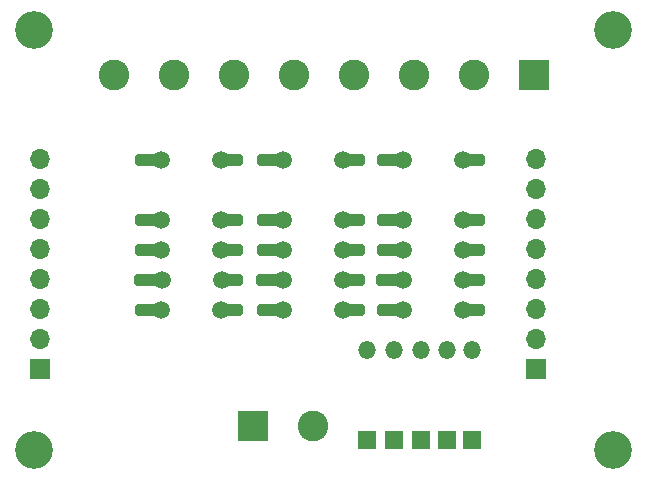
<source format=gbr>
%TF.GenerationSoftware,KiCad,Pcbnew,(6.0.4)*%
%TF.CreationDate,2023-03-20T20:43:09+01:00*%
%TF.ProjectId,analogBlockModule,616e616c-6f67-4426-9c6f-636b4d6f6475,rev?*%
%TF.SameCoordinates,Original*%
%TF.FileFunction,Soldermask,Top*%
%TF.FilePolarity,Negative*%
%FSLAX46Y46*%
G04 Gerber Fmt 4.6, Leading zero omitted, Abs format (unit mm)*
G04 Created by KiCad (PCBNEW (6.0.4)) date 2023-03-20 20:43:09*
%MOMM*%
%LPD*%
G01*
G04 APERTURE LIST*
G04 Aperture macros list*
%AMRoundRect*
0 Rectangle with rounded corners*
0 $1 Rounding radius*
0 $2 $3 $4 $5 $6 $7 $8 $9 X,Y pos of 4 corners*
0 Add a 4 corners polygon primitive as box body*
4,1,4,$2,$3,$4,$5,$6,$7,$8,$9,$2,$3,0*
0 Add four circle primitives for the rounded corners*
1,1,$1+$1,$2,$3*
1,1,$1+$1,$4,$5*
1,1,$1+$1,$6,$7*
1,1,$1+$1,$8,$9*
0 Add four rect primitives between the rounded corners*
20,1,$1+$1,$2,$3,$4,$5,0*
20,1,$1+$1,$4,$5,$6,$7,0*
20,1,$1+$1,$6,$7,$8,$9,0*
20,1,$1+$1,$8,$9,$2,$3,0*%
G04 Aperture macros list end*
%ADD10R,2.600000X2.600000*%
%ADD11C,2.600000*%
%ADD12R,1.500000X1.500000*%
%ADD13O,1.500000X1.500000*%
%ADD14RoundRect,0.250000X-0.855000X0.250000X-0.855000X-0.250000X0.855000X-0.250000X0.855000X0.250000X0*%
%ADD15C,1.500000*%
%ADD16R,1.700000X1.700000*%
%ADD17O,1.700000X1.700000*%
%ADD18C,3.200000*%
G04 APERTURE END LIST*
D10*
%TO.C,J2*%
X161280000Y-83769000D03*
D11*
X156200000Y-83769000D03*
X151120000Y-83769000D03*
X146040000Y-83769000D03*
X140960000Y-83769000D03*
X135880000Y-83769000D03*
X130800000Y-83769000D03*
X125720000Y-83769000D03*
%TD*%
D12*
%TO.C,D1*%
X147193000Y-114690000D03*
D13*
X147193000Y-107070000D03*
%TD*%
D14*
%TO.C,U1*%
X149092200Y-90977000D03*
D15*
X150197200Y-90977000D03*
X150197200Y-96057000D03*
D14*
X149092200Y-96057000D03*
X149092200Y-98597000D03*
D15*
X150197200Y-98597000D03*
D14*
X149002200Y-101137000D03*
D15*
X150235200Y-101137000D03*
X150197200Y-103677000D03*
D14*
X149092200Y-103677000D03*
D15*
X155277200Y-103677000D03*
D14*
X156051800Y-103677000D03*
X156051800Y-101137000D03*
D15*
X155315200Y-101137000D03*
X155277200Y-98597000D03*
D14*
X156051800Y-98597000D03*
D15*
X155277200Y-96057000D03*
D14*
X156051800Y-96057000D03*
X156051800Y-90977000D03*
D15*
X155277200Y-90977000D03*
%TD*%
D16*
%TO.C,J1*%
X119500000Y-108660000D03*
D17*
X119500000Y-106120000D03*
X119500000Y-103580000D03*
X119500000Y-101040000D03*
X119500000Y-98500000D03*
X119500000Y-95960000D03*
X119500000Y-93420000D03*
X119500000Y-90880000D03*
%TD*%
D12*
%TO.C,D5*%
X149479000Y-114681000D03*
D13*
X149479000Y-107061000D03*
%TD*%
D16*
%TO.C,J4*%
X161500000Y-108660000D03*
D17*
X161500000Y-106120000D03*
X161500000Y-103580000D03*
X161500000Y-101040000D03*
X161500000Y-98500000D03*
X161500000Y-95960000D03*
X161500000Y-93420000D03*
X161500000Y-90880000D03*
%TD*%
D12*
%TO.C,D6*%
X151765000Y-114681000D03*
D13*
X151765000Y-107061000D03*
%TD*%
D12*
%TO.C,D7*%
X153924000Y-114676000D03*
D13*
X153924000Y-107056000D03*
%TD*%
D18*
%TO.C,REF\u002A\u002A*%
X119000000Y-80000000D03*
%TD*%
D12*
%TO.C,D8*%
X156072000Y-114676000D03*
D13*
X156072000Y-107056000D03*
%TD*%
D10*
%TO.C,J3*%
X137536000Y-113462000D03*
D11*
X142616000Y-113462000D03*
%TD*%
D18*
%TO.C,REF\u002A\u002A*%
X119000000Y-115500000D03*
%TD*%
D14*
%TO.C,U3*%
X138932200Y-90977000D03*
D15*
X140037200Y-90977000D03*
X140037200Y-96057000D03*
D14*
X138932200Y-96057000D03*
D15*
X140037200Y-98597000D03*
D14*
X138932200Y-98597000D03*
X138842200Y-101137000D03*
D15*
X140075200Y-101137000D03*
D14*
X138932200Y-103677000D03*
D15*
X140037200Y-103677000D03*
X145117200Y-103677000D03*
D14*
X145891800Y-103677000D03*
X145891800Y-101137000D03*
D15*
X145155200Y-101137000D03*
D14*
X145891800Y-98597000D03*
D15*
X145117200Y-98597000D03*
X145117200Y-96057000D03*
D14*
X145891800Y-96057000D03*
D15*
X145117200Y-90977000D03*
D14*
X145891800Y-90977000D03*
%TD*%
D15*
%TO.C,U2*%
X129750200Y-90977000D03*
D14*
X128645200Y-90977000D03*
D15*
X129750200Y-96057000D03*
D14*
X128645200Y-96057000D03*
D15*
X129750200Y-98597000D03*
D14*
X128645200Y-98597000D03*
X128555200Y-101137000D03*
D15*
X129788200Y-101137000D03*
D14*
X128645200Y-103677000D03*
D15*
X129750200Y-103677000D03*
X134830200Y-103677000D03*
D14*
X135604800Y-103677000D03*
D15*
X134868200Y-101137000D03*
D14*
X135604800Y-101137000D03*
D15*
X134830200Y-98597000D03*
D14*
X135604800Y-98597000D03*
X135604800Y-96057000D03*
D15*
X134830200Y-96057000D03*
X134830200Y-90977000D03*
D14*
X135604800Y-90977000D03*
%TD*%
D18*
%TO.C,REF\u002A\u002A*%
X168000000Y-115500000D03*
%TD*%
%TO.C,REF\u002A\u002A*%
X168000000Y-80000000D03*
%TD*%
M02*

</source>
